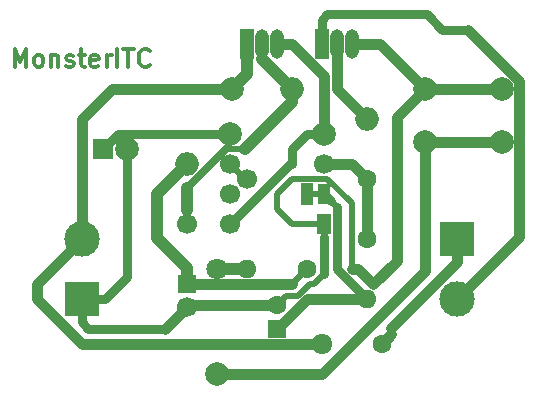
<source format=gbl>
G04 #@! TF.GenerationSoftware,KiCad,Pcbnew,(5.1.2)-2*
G04 #@! TF.CreationDate,2019-08-24T11:58:42+07:00*
G04 #@! TF.ProjectId,siren_sound,73697265-6e5f-4736-9f75-6e642e6b6963,rev?*
G04 #@! TF.SameCoordinates,Original*
G04 #@! TF.FileFunction,Copper,L2,Bot*
G04 #@! TF.FilePolarity,Positive*
%FSLAX46Y46*%
G04 Gerber Fmt 4.6, Leading zero omitted, Abs format (unit mm)*
G04 Created by KiCad (PCBNEW (5.1.2)-2) date 2019-08-24 11:58:42*
%MOMM*%
%LPD*%
G04 APERTURE LIST*
%ADD10C,0.300000*%
%ADD11C,1.700000*%
%ADD12R,1.100000X1.900000*%
%ADD13C,1.800000*%
%ADD14C,2.000000*%
%ADD15R,1.600000X1.600000*%
%ADD16R,1.800000X1.800000*%
%ADD17C,1.600000*%
%ADD18R,3.000000X3.000000*%
%ADD19C,3.000000*%
%ADD20O,1.200000X2.500000*%
%ADD21R,1.200000X2.500000*%
%ADD22O,1.600000X1.600000*%
%ADD23O,2.000000X2.000000*%
%ADD24O,1.800000X1.680000*%
%ADD25R,1.268000X1.700000*%
%ADD26R,1.100000X1.800000*%
%ADD27C,0.800000*%
%ADD28C,0.900000*%
%ADD29C,0.500000*%
%ADD30C,1.000000*%
%ADD31C,0.700000*%
G04 APERTURE END LIST*
D10*
X47661428Y-80688571D02*
X47661428Y-79188571D01*
X48161428Y-80260000D01*
X48661428Y-79188571D01*
X48661428Y-80688571D01*
X49590000Y-80688571D02*
X49447142Y-80617142D01*
X49375714Y-80545714D01*
X49304285Y-80402857D01*
X49304285Y-79974285D01*
X49375714Y-79831428D01*
X49447142Y-79760000D01*
X49590000Y-79688571D01*
X49804285Y-79688571D01*
X49947142Y-79760000D01*
X50018571Y-79831428D01*
X50090000Y-79974285D01*
X50090000Y-80402857D01*
X50018571Y-80545714D01*
X49947142Y-80617142D01*
X49804285Y-80688571D01*
X49590000Y-80688571D01*
X50732857Y-79688571D02*
X50732857Y-80688571D01*
X50732857Y-79831428D02*
X50804285Y-79760000D01*
X50947142Y-79688571D01*
X51161428Y-79688571D01*
X51304285Y-79760000D01*
X51375714Y-79902857D01*
X51375714Y-80688571D01*
X52018571Y-80617142D02*
X52161428Y-80688571D01*
X52447142Y-80688571D01*
X52590000Y-80617142D01*
X52661428Y-80474285D01*
X52661428Y-80402857D01*
X52590000Y-80260000D01*
X52447142Y-80188571D01*
X52232857Y-80188571D01*
X52090000Y-80117142D01*
X52018571Y-79974285D01*
X52018571Y-79902857D01*
X52090000Y-79760000D01*
X52232857Y-79688571D01*
X52447142Y-79688571D01*
X52590000Y-79760000D01*
X53090000Y-79688571D02*
X53661428Y-79688571D01*
X53304285Y-79188571D02*
X53304285Y-80474285D01*
X53375714Y-80617142D01*
X53518571Y-80688571D01*
X53661428Y-80688571D01*
X54732857Y-80617142D02*
X54590000Y-80688571D01*
X54304285Y-80688571D01*
X54161428Y-80617142D01*
X54090000Y-80474285D01*
X54090000Y-79902857D01*
X54161428Y-79760000D01*
X54304285Y-79688571D01*
X54590000Y-79688571D01*
X54732857Y-79760000D01*
X54804285Y-79902857D01*
X54804285Y-80045714D01*
X54090000Y-80188571D01*
X55447142Y-80688571D02*
X55447142Y-79688571D01*
X55447142Y-79974285D02*
X55518571Y-79831428D01*
X55590000Y-79760000D01*
X55732857Y-79688571D01*
X55875714Y-79688571D01*
X56375714Y-80688571D02*
X56375714Y-79188571D01*
X56875714Y-79188571D02*
X57732857Y-79188571D01*
X57304285Y-80688571D02*
X57304285Y-79188571D01*
X59090000Y-80545714D02*
X59018571Y-80617142D01*
X58804285Y-80688571D01*
X58661428Y-80688571D01*
X58447142Y-80617142D01*
X58304285Y-80474285D01*
X58232857Y-80331428D01*
X58161428Y-80045714D01*
X58161428Y-79831428D01*
X58232857Y-79545714D01*
X58304285Y-79402857D01*
X58447142Y-79260000D01*
X58661428Y-79188571D01*
X58804285Y-79188571D01*
X59018571Y-79260000D01*
X59090000Y-79331428D01*
D11*
X67310000Y-90170000D03*
D12*
X72390000Y-91440000D03*
D13*
X64770000Y-97790000D03*
D14*
X64770000Y-106680000D03*
D11*
X62230000Y-101060000D03*
D15*
X62230000Y-99060000D03*
D16*
X55150000Y-87630000D03*
D14*
X57150000Y-87630000D03*
D17*
X69850000Y-100870000D03*
D15*
X69850000Y-102870000D03*
D18*
X53340000Y-100330000D03*
D19*
X53340000Y-95250000D03*
X85090000Y-100330000D03*
D18*
X85090000Y-95250000D03*
D20*
X68580000Y-78740000D03*
X69850000Y-78740000D03*
D21*
X67310000Y-78740000D03*
X73660000Y-78740000D03*
D20*
X76200000Y-78740000D03*
X74930000Y-78740000D03*
D17*
X72390000Y-97790000D03*
D22*
X67310000Y-97790000D03*
D23*
X62230000Y-88900000D03*
D11*
X62230000Y-93980000D03*
D14*
X66040000Y-82550000D03*
D23*
X71120000Y-82550000D03*
D22*
X77470000Y-100330000D03*
D17*
X77470000Y-95250000D03*
D23*
X77470000Y-85090000D03*
D17*
X77470000Y-90170000D03*
X78740000Y-104140000D03*
D24*
X73660000Y-104140000D03*
D14*
X88895001Y-82550000D03*
X88895001Y-87050000D03*
X82395001Y-82550000D03*
X82395001Y-87050000D03*
D11*
X65880000Y-93980000D03*
X65880000Y-91440000D03*
X65880000Y-88900000D03*
D14*
X65880000Y-86360000D03*
D25*
X73820000Y-93980000D03*
D26*
X73820000Y-91440000D03*
D11*
X73820000Y-88900000D03*
D14*
X73820000Y-86360000D03*
D27*
X53340000Y-102330000D02*
X53880000Y-102870000D01*
X53340000Y-100330000D02*
X53340000Y-102330000D01*
D28*
X60420000Y-102870000D02*
X62230000Y-101060000D01*
D27*
X53880000Y-102870000D02*
X60420000Y-102870000D01*
D29*
X62640002Y-101060000D02*
X62230000Y-101060000D01*
D27*
X55340000Y-100330000D02*
X53340000Y-100330000D01*
X57150000Y-98520000D02*
X55340000Y-100330000D01*
X57150000Y-87630000D02*
X57150000Y-98520000D01*
D29*
X62420000Y-100870000D02*
X62230000Y-101060000D01*
D28*
X69850000Y-100870000D02*
X62420000Y-100870000D01*
X78585001Y-78740000D02*
X82395001Y-82550000D01*
X76200000Y-78740000D02*
X78585001Y-78740000D01*
X88895001Y-82550000D02*
X82395001Y-82550000D01*
D29*
X73820000Y-95114000D02*
X73820000Y-93980000D01*
D27*
X73820000Y-98210002D02*
X73820000Y-95114000D01*
D29*
X72990001Y-99040001D02*
X73820000Y-98210002D01*
X72690037Y-99040001D02*
X72990001Y-99040001D01*
X71660037Y-100070001D02*
X72690037Y-99040001D01*
X70649999Y-100070001D02*
X71660037Y-100070001D01*
X69850000Y-100870000D02*
X70649999Y-100070001D01*
D28*
X80010000Y-97100002D02*
X80010000Y-84935001D01*
X78050002Y-99060000D02*
X80010000Y-97100002D01*
X76780002Y-97790000D02*
X78050002Y-99060000D01*
X76200000Y-97790000D02*
X76780002Y-97790000D01*
D29*
X76200000Y-92215678D02*
X76200000Y-97790000D01*
X73820000Y-93980000D02*
X72686000Y-93980000D01*
D28*
X80010000Y-84935001D02*
X82395001Y-82550000D01*
D29*
X72686000Y-93980000D02*
X71120000Y-93980000D01*
X69850000Y-92710000D02*
X69850000Y-91440000D01*
X71120000Y-93980000D02*
X69850000Y-92710000D01*
X69850000Y-91440000D02*
X71120000Y-90170000D01*
X74154322Y-90170000D02*
X76200000Y-92215678D01*
X71120000Y-90170000D02*
X74154322Y-90170000D01*
D30*
X62230000Y-97760000D02*
X59690000Y-95220000D01*
X62230000Y-99060000D02*
X62230000Y-97760000D01*
X59690000Y-91440000D02*
X62230000Y-88900000D01*
X59690000Y-95220000D02*
X59690000Y-91440000D01*
D28*
X71120000Y-99060000D02*
X62230000Y-99060000D01*
D29*
X72390000Y-97790000D02*
X71120000Y-99060000D01*
D27*
X56420000Y-86360000D02*
X55150000Y-87630000D01*
X65880000Y-86360000D02*
X56420000Y-86360000D01*
D28*
X72390000Y-100330000D02*
X69850000Y-102870000D01*
X77470000Y-100330000D02*
X72390000Y-100330000D01*
D27*
X74453999Y-92073999D02*
X73820000Y-91440000D01*
D29*
X74930000Y-92550000D02*
X74453999Y-92073999D01*
D27*
X74930000Y-97790000D02*
X74930000Y-92550000D01*
X77470000Y-100330000D02*
X74930000Y-97790000D01*
D29*
X65880000Y-88900000D02*
X67310000Y-90330000D01*
X73820000Y-91440000D02*
X72390000Y-91440000D01*
D28*
X53340000Y-95250000D02*
X53340000Y-85090000D01*
X53340000Y-85090000D02*
X55880000Y-82550000D01*
X55880000Y-82550000D02*
X66040000Y-82550000D01*
D30*
X67310000Y-81280000D02*
X66040000Y-82550000D01*
X67310000Y-78740000D02*
X67310000Y-81280000D01*
D28*
X53339998Y-104140000D02*
X49530000Y-100330002D01*
X73660000Y-104140000D02*
X53339998Y-104140000D01*
X49530000Y-99060000D02*
X53340000Y-95250000D01*
X49530000Y-100330002D02*
X49530000Y-99060000D01*
X90345002Y-81853999D02*
X86030993Y-77539990D01*
X85090000Y-100330000D02*
X90345002Y-95074998D01*
X90345002Y-95074998D02*
X90345002Y-81853999D01*
D29*
X73660000Y-78437194D02*
X73660000Y-78740000D01*
D28*
X79539999Y-103340001D02*
X78740000Y-104140000D01*
D29*
X79539999Y-102800001D02*
X79539999Y-103340001D01*
D28*
X85090000Y-97250000D02*
X79539999Y-102800001D01*
X85090000Y-95250000D02*
X85090000Y-97250000D01*
X69850000Y-78740000D02*
X71120000Y-78740000D01*
X73820000Y-81440000D02*
X73820000Y-86360000D01*
X71120000Y-78740000D02*
X73820000Y-81440000D01*
D27*
X73820000Y-86360000D02*
X72390000Y-86360000D01*
X72390000Y-86360000D02*
X71120000Y-87630000D01*
X71120000Y-87630000D02*
X71120000Y-88900000D01*
X70960000Y-88900000D02*
X66040000Y-93820000D01*
D29*
X71120000Y-88900000D02*
X70960000Y-88900000D01*
X66040000Y-93820000D02*
X65880000Y-93980000D01*
D28*
X74930000Y-82550000D02*
X77470000Y-85090000D01*
X74930000Y-78740000D02*
X74930000Y-82550000D01*
D27*
X73660000Y-76690000D02*
X73660000Y-78740000D01*
X74150000Y-76200000D02*
X73660000Y-76690000D01*
X82550000Y-76200000D02*
X74150000Y-76200000D01*
X83889990Y-77539990D02*
X82550000Y-76200000D01*
X86030993Y-77539990D02*
X83889990Y-77539990D01*
D28*
X88895001Y-87050000D02*
X82395001Y-87050000D01*
X82395001Y-87050000D02*
X82395001Y-97944999D01*
X82395001Y-97944999D02*
X76200000Y-104140000D01*
X76200000Y-104140000D02*
X73660000Y-106680000D01*
X73660000Y-106680000D02*
X69850000Y-106680000D01*
X69850000Y-106680000D02*
X67310000Y-106680000D01*
X67310000Y-106680000D02*
X64770000Y-106680000D01*
D30*
X67310000Y-97790000D02*
X64770000Y-97790000D01*
D28*
X76200000Y-88900000D02*
X77470000Y-90170000D01*
X73820000Y-88900000D02*
X76200000Y-88900000D01*
X77470000Y-95250000D02*
X77470000Y-90170000D01*
D30*
X68580000Y-80010000D02*
X71120000Y-82550000D01*
D29*
X68580000Y-78740000D02*
X68580000Y-80010000D01*
D30*
X71120000Y-83681370D02*
X67171370Y-87630000D01*
D29*
X71120000Y-82550000D02*
X71120000Y-83681370D01*
X62230000Y-92848630D02*
X62230000Y-93980000D01*
D30*
X62230000Y-90945678D02*
X62230000Y-92848630D01*
D31*
X65545678Y-87630000D02*
X62230000Y-90945678D01*
D29*
X67171370Y-87630000D02*
X65545678Y-87630000D01*
M02*

</source>
